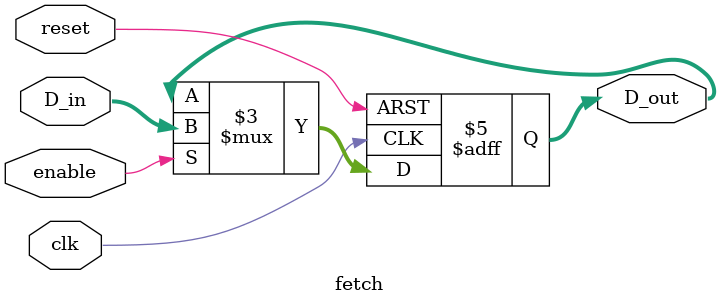
<source format=v>
module fetch(input clk,enable,reset, input [7:0]D_in, output [7:0]D_out); //instanciar modulo

  wire clk,enable,reset; // instanciar variables a utilizar
  wire [7:0]D_in;
  reg [7:0]D_out=0;

  always @ (posedge clk or posedge reset)
    begin
      if(reset) 
        begin           // si recibe reset reinicia el fetch
          D_out <= 0;
        end
      else if (enable) 
        begin    //de lo contrario al recibir el enable devuelve la data
          D_out <= D_in;
        end
    end

endmodule

</source>
